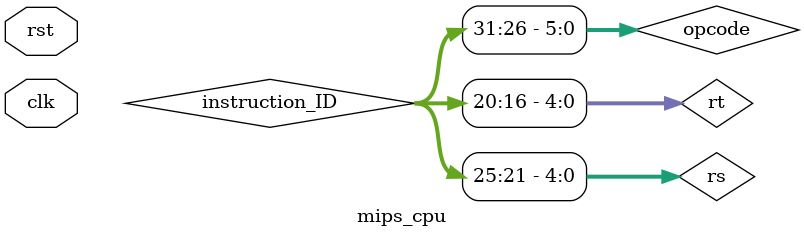
<source format=v>

`timescale 1ns / 1ps

module mips_cpu (
    input  wire clk,
    input  wire rst
);

    // === IF Stage ===
    wire [31:0] pc_out, next_pc, instruction, pc_plus4_IF;
    wire        PCWrite, IF_ID_Write, ControlNOP;

    pc pc_inst (
        .clk(clk), .rst(rst), .enable(PCWrite),
        .next_pc(next_pc), .pc_out(pc_out)
    );

    instr_mem imem (
        .addr(pc_out), .instr(instruction)
    );

    adder pc_adder (
        .a(pc_out), .b(32'd4), .sum(pc_plus4_IF)
    );

    wire [31:0] instruction_ID, pc_plus4_ID;
    if_id if_id_reg (
        .clk(clk), .rst(rst), .enable(IF_ID_Write), .flush(0),
        .instr_in(instruction), .pc_plus4_in(pc_plus4_IF),
        .instr_out(instruction_ID), .pc_plus4_out(pc_plus4_ID)
    );

    // === ID Stage ===
    wire [5:0] opcode = instruction_ID[31:26];
    wire [4:0] rs = instruction_ID[25:21], rt = instruction_ID[20:16], rd = instruction_ID[15:11];
    wire [15:0] imm = instruction_ID[15:0];
    wire RegDst, ALUSrc, MemToReg, RegWrite, MemRead, MemWrite, Branch;
    wire [1:0] ALUOp;

    control control_unit (
        .opcode(opcode), .nop(ControlNOP),
        .RegDst(RegDst), .ALUSrc(ALUSrc), .MemToReg(MemToReg),
        .RegWrite(RegWrite), .MemRead(MemRead), .MemWrite(MemWrite),
        .Branch(Branch), .ALUOp(ALUOp)
    );

    wire [31:0] read_data1, read_data2, sign_ext_out;
    wire [31:0] write_data_WB;
    wire [4:0] write_reg_WB;
    wire       RegWrite_WB;

    reg_file regfile (
        .clk(clk), .reg_write(RegWrite_WB),
        .rs(rs), .rt(rt), .rd(write_reg_WB),
        .write_data(write_data_WB),
        .read_data1(read_data1), .read_data2(read_data2)
    );
    
    sign_extend signext (
        .in(imm), .out(sign_ext_out)
    );

    // === ID/EX Pipeline Register ===
    wire [31:0] read_data1_EX, read_data2_EX, sign_ext_ex, pc_plus4_EX;
    wire [4:0] rs_EX, rt_EX, rd_EX;
    wire RegDst_EX, ALUSrc_EX, MemToReg_EX, RegWrite_EX, MemRead_EX, MemWrite_EX;
    wire [1:0] ALUOp_EX;

    id_ex id_ex_reg (
        .clk(clk), .rst(rst), .flush(0),
        .RegDst_in(RegDst), .ALUSrc_in(ALUSrc), .MemtoReg_in(MemToReg),
        .RegWrite_in(RegWrite), .MemRead_in(MemRead), .MemWrite_in(MemWrite), .ALUOp_in(ALUOp),
        .pc_plus4_in(pc_plus4_ID), .read_data1_in(read_data1), .read_data2_in(read_data2),
        .sign_ext_in(sign_ext_out), .rs_in(rs), .rt_in(rt), .rd_in(rd),
        .RegDst_out(RegDst_EX), .ALUSrc_out(ALUSrc_EX), .MemtoReg_out(MemToReg_EX),
        .RegWrite_out(RegWrite_EX), .MemRead_out(MemRead_EX), .MemWrite_out(MemWrite_EX), .ALUOp_out(ALUOp_EX),
        .pc_plus4_out(pc_plus4_EX), .read_data1_out(read_data1_EX), .read_data2_out(read_data2_EX),
        .sign_ext_out(sign_ext_EX), .rs_out(rs_EX), .rt_out(rt_EX), .rd_out(rd_EX)
    );

    // === MEM/WB Pipeline Register Placeholder ===
    wire [31:0] mem_data_WB, alu_result_WB;
    wire        MemToReg_WB;

    // === MEM/WB Pipeline Register ===
    mem_wb mem_wb_reg (
        .clk(clk), .rst(rst),
        .RegWrite_in(RegWrite_MEM), .MemToReg_in(MemToReg_MEM),
        .read_data_in(mem_data_MEM), .alu_result_in(alu_result_MEM),
        .dest_reg_in(write_reg_MEM),
        .RegWrite_out(RegWrite_WB), .MemToReg_out(MemToReg_WB),
        .read_data_out(mem_data_WB), .alu_result_out(alu_result_WB),
        .dest_reg_out(write_reg_WB)
    );

    // === WB MUX ===
    assign write_data_WB= (MemToReg_WB) ? mem_data_WB:alu_result_WB;
//    mux2 #(32) wb_mux (
//        .in0(alu_result_WB), .in1(mem_data_WB),
//        .sel(MemToReg_WB), .out(write_data_WB)
//    );

    alu_control alu_ctrl_unit (.ALUOp(ALUOp_ex), .funct(sign_ext_ex[5:0]), .alu_ctrl(alu_ctrl));
    alu alu_unit (.A(alu_input1), .B(alu_input2), .alu_ctrl(alu_ctrl), .result(alu_result), .zero());
    wire [31:0] mem_data_mem;

    data_mem dmem (
        .clk(clk),
        .mem_read(MemRead_mem),
        .mem_write(MemWrite_mem),
        .addr(alu_result_mem),
        .write_data(write_data_mem),
        .read_data(mem_data_mem)
    );
endmodule

</source>
